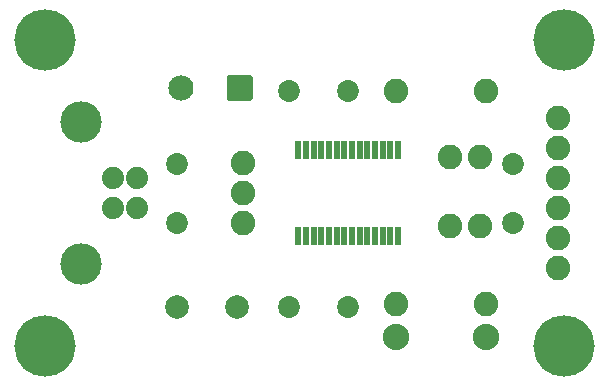
<source format=gbr>
%TF.GenerationSoftware,KiCad,Pcbnew,(6.0.7)*%
%TF.CreationDate,2022-09-29T14:27:19-05:00*%
%TF.ProjectId,usb2uart,75736232-7561-4727-942e-6b696361645f,2.0*%
%TF.SameCoordinates,Original*%
%TF.FileFunction,Soldermask,Top*%
%TF.FilePolarity,Negative*%
%FSLAX46Y46*%
G04 Gerber Fmt 4.6, Leading zero omitted, Abs format (unit mm)*
G04 Created by KiCad (PCBNEW (6.0.7)) date 2022-09-29 14:27:19*
%MOMM*%
%LPD*%
G01*
G04 APERTURE LIST*
G04 Aperture macros list*
%AMRoundRect*
0 Rectangle with rounded corners*
0 $1 Rounding radius*
0 $2 $3 $4 $5 $6 $7 $8 $9 X,Y pos of 4 corners*
0 Add a 4 corners polygon primitive as box body*
4,1,4,$2,$3,$4,$5,$6,$7,$8,$9,$2,$3,0*
0 Add four circle primitives for the rounded corners*
1,1,$1+$1,$2,$3*
1,1,$1+$1,$4,$5*
1,1,$1+$1,$6,$7*
1,1,$1+$1,$8,$9*
0 Add four rect primitives between the rounded corners*
20,1,$1+$1,$2,$3,$4,$5,0*
20,1,$1+$1,$4,$5,$6,$7,0*
20,1,$1+$1,$6,$7,$8,$9,0*
20,1,$1+$1,$8,$9,$2,$3,0*%
G04 Aperture macros list end*
%ADD10C,1.854200*%
%ADD11C,0.500000*%
%ADD12C,5.200000*%
%ADD13C,1.879600*%
%ADD14C,3.505200*%
%ADD15C,2.082800*%
%ADD16C,2.235200*%
%ADD17C,2.000000*%
%ADD18RoundRect,0.101600X-0.173990X-0.698500X0.173990X-0.698500X0.173990X0.698500X-0.173990X0.698500X0*%
%ADD19RoundRect,0.101600X-0.965200X-0.965200X0.965200X-0.965200X0.965200X0.965200X-0.965200X0.965200X0*%
%ADD20C,2.133600*%
G04 APERTURE END LIST*
D10*
%TO.C,C3*%
X125557280Y-146812000D03*
X130556000Y-146812000D03*
%TD*%
D11*
%TO.C,H1*%
X150368000Y-151638000D03*
X150368000Y-148590000D03*
X146812000Y-150114000D03*
X147320000Y-151638000D03*
D12*
X148844000Y-150114000D03*
D11*
X148844000Y-148082000D03*
X147320000Y-148590000D03*
X148844000Y-152146000D03*
X150876000Y-150114000D03*
%TD*%
D10*
%TO.C,C4*%
X116078000Y-139659360D03*
X116078000Y-134660640D03*
%TD*%
%TO.C,C1*%
X125557280Y-128524000D03*
X130556000Y-128524000D03*
%TD*%
D11*
%TO.C,H4*%
X102870000Y-150114000D03*
X103378000Y-151638000D03*
X104902000Y-148082000D03*
X103378000Y-148590000D03*
X106934000Y-150114000D03*
X106426000Y-151638000D03*
X106426000Y-148590000D03*
D12*
X104902000Y-150114000D03*
D11*
X104902000Y-152146000D03*
%TD*%
D13*
%TO.C,J1*%
X112659160Y-138409680D03*
D14*
X107960160Y-143179800D03*
X107960160Y-131140200D03*
D13*
X110677960Y-138409680D03*
X112659160Y-135910320D03*
X110677960Y-135910320D03*
%TD*%
D15*
%TO.C,J3*%
X148336000Y-130810000D03*
X148336000Y-133350000D03*
X148336000Y-135890000D03*
X148336000Y-138430000D03*
X148336000Y-140970000D03*
X148336000Y-143510000D03*
%TD*%
%TO.C,R1*%
X134620000Y-128524000D03*
X142240000Y-128524000D03*
%TD*%
D16*
%TO.C,R3*%
X134620000Y-149352000D03*
X142240000Y-149352000D03*
%TD*%
D17*
%TO.C,FB1*%
X116078000Y-146812000D03*
X121158000Y-146812000D03*
%TD*%
D11*
%TO.C,H2*%
X150876000Y-124206000D03*
X148844000Y-126238000D03*
X148844000Y-122174000D03*
X150368000Y-125730000D03*
X150368000Y-122682000D03*
X146812000Y-124206000D03*
X147320000Y-122682000D03*
D12*
X148844000Y-124206000D03*
D11*
X147320000Y-125730000D03*
%TD*%
D15*
%TO.C,D2*%
X141732000Y-139954000D03*
X139192000Y-139954000D03*
%TD*%
D18*
%TO.C,U1*%
X126331980Y-140815060D03*
X126982220Y-140815060D03*
X127632460Y-140815060D03*
X128282700Y-140815060D03*
X128932940Y-140815060D03*
X129583180Y-140815060D03*
X130233420Y-140815060D03*
X130878580Y-140815060D03*
X131528820Y-140815060D03*
X132179060Y-140815060D03*
X132829300Y-140815060D03*
X133479540Y-140815060D03*
X134129780Y-140815060D03*
X134780020Y-140815060D03*
X134780020Y-133504940D03*
X134129780Y-133504940D03*
X133479540Y-133504940D03*
X132829300Y-133504940D03*
X132179060Y-133504940D03*
X131528820Y-133504940D03*
X130878580Y-133504940D03*
X130233420Y-133504940D03*
X129583180Y-133504940D03*
X128932940Y-133504940D03*
X128282700Y-133504940D03*
X127632460Y-133504940D03*
X126982220Y-133504940D03*
X126331980Y-133504940D03*
%TD*%
D10*
%TO.C,C2*%
X144526000Y-139659360D03*
X144526000Y-134660640D03*
%TD*%
D15*
%TO.C,J2*%
X121666000Y-139700000D03*
X121666000Y-137160000D03*
X121666000Y-134620000D03*
%TD*%
%TO.C,R2*%
X134620000Y-146558000D03*
X142240000Y-146558000D03*
%TD*%
D19*
%TO.C,C5*%
X121371360Y-128270000D03*
D20*
X116372640Y-128270000D03*
%TD*%
D11*
%TO.C,H3*%
X106426000Y-122682000D03*
X104902000Y-126238000D03*
X104902000Y-122174000D03*
X102870000Y-124206000D03*
X103378000Y-122682000D03*
X103378000Y-125730000D03*
X106426000Y-125730000D03*
D12*
X104902000Y-124206000D03*
D11*
X106934000Y-124206000D03*
%TD*%
D15*
%TO.C,D1*%
X141732000Y-134112000D03*
X139192000Y-134112000D03*
%TD*%
M02*

</source>
